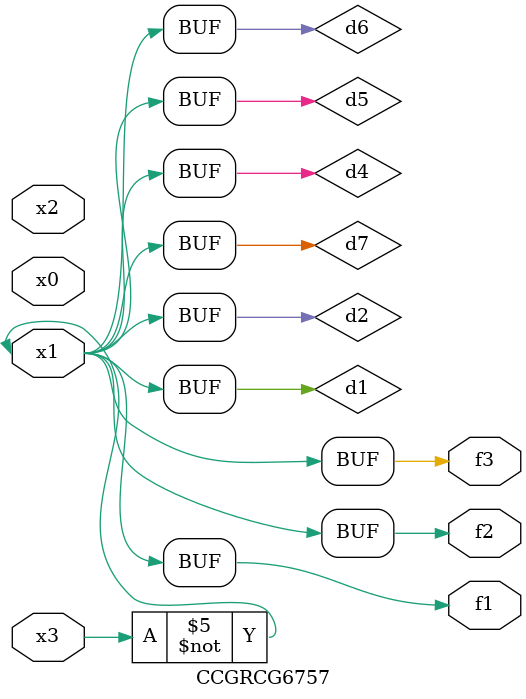
<source format=v>
module CCGRCG6757(
	input x0, x1, x2, x3,
	output f1, f2, f3
);

	wire d1, d2, d3, d4, d5, d6, d7;

	not (d1, x3);
	buf (d2, x1);
	xnor (d3, d1, d2);
	nor (d4, d1);
	buf (d5, d1, d2);
	buf (d6, d4, d5);
	nand (d7, d4);
	assign f1 = d6;
	assign f2 = d7;
	assign f3 = d6;
endmodule

</source>
